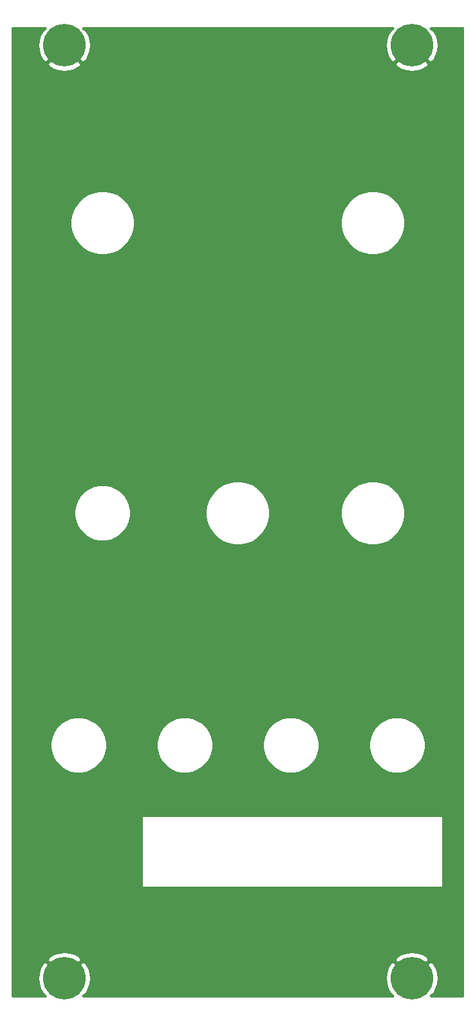
<source format=gtl>
G04 #@! TF.GenerationSoftware,KiCad,Pcbnew,5.1.10-88a1d61d58~88~ubuntu20.04.1*
G04 #@! TF.CreationDate,2021-06-12T13:15:57-04:00*
G04 #@! TF.ProjectId,front_panel,66726f6e-745f-4706-916e-656c2e6b6963,0*
G04 #@! TF.SameCoordinates,Original*
G04 #@! TF.FileFunction,Copper,L1,Top*
G04 #@! TF.FilePolarity,Positive*
%FSLAX46Y46*%
G04 Gerber Fmt 4.6, Leading zero omitted, Abs format (unit mm)*
G04 Created by KiCad (PCBNEW 5.1.10-88a1d61d58~88~ubuntu20.04.1) date 2021-06-12 13:15:57*
%MOMM*%
%LPD*%
G01*
G04 APERTURE LIST*
G04 #@! TA.AperFunction,ComponentPad*
%ADD10C,5.600000*%
G04 #@! TD*
G04 #@! TA.AperFunction,Conductor*
%ADD11C,0.254000*%
G04 #@! TD*
G04 #@! TA.AperFunction,Conductor*
%ADD12C,0.100000*%
G04 #@! TD*
G04 APERTURE END LIST*
D10*
X53220000Y-125500000D03*
X53220000Y-3000000D03*
X7500000Y-125500000D03*
X7500000Y-3000000D03*
D11*
X5083517Y-763125D02*
X4634823Y-1075308D01*
X4314388Y-1671259D01*
X4116374Y-2318273D01*
X4048390Y-2991484D01*
X4113051Y-3665023D01*
X4307870Y-4313006D01*
X4625361Y-4910530D01*
X4634823Y-4924692D01*
X5083519Y-5236876D01*
X7320395Y-3000000D01*
X7306253Y-2985858D01*
X7485858Y-2806253D01*
X7500000Y-2820395D01*
X7514143Y-2806253D01*
X7693748Y-2985858D01*
X7679605Y-3000000D01*
X9916481Y-5236876D01*
X10365177Y-4924692D01*
X10685612Y-4328741D01*
X10883626Y-3681727D01*
X10951610Y-3008516D01*
X10886949Y-2334977D01*
X10692130Y-1686994D01*
X10374639Y-1089470D01*
X10365177Y-1075308D01*
X9916483Y-763125D01*
X10019608Y-660000D01*
X50700392Y-660000D01*
X50803517Y-763125D01*
X50354823Y-1075308D01*
X50034388Y-1671259D01*
X49836374Y-2318273D01*
X49768390Y-2991484D01*
X49833051Y-3665023D01*
X50027870Y-4313006D01*
X50345361Y-4910530D01*
X50354823Y-4924692D01*
X50803519Y-5236876D01*
X53040395Y-3000000D01*
X53026253Y-2985858D01*
X53205858Y-2806253D01*
X53220000Y-2820395D01*
X53234143Y-2806253D01*
X53413748Y-2985858D01*
X53399605Y-3000000D01*
X55636481Y-5236876D01*
X56085177Y-4924692D01*
X56405612Y-4328741D01*
X56603626Y-3681727D01*
X56671610Y-3008516D01*
X56606949Y-2334977D01*
X56412130Y-1686994D01*
X56094639Y-1089470D01*
X56085177Y-1075308D01*
X55636483Y-763125D01*
X55739608Y-660000D01*
X59940000Y-660000D01*
X59940001Y-127840000D01*
X55739608Y-127840000D01*
X55636483Y-127736875D01*
X56085177Y-127424692D01*
X56405612Y-126828741D01*
X56603626Y-126181727D01*
X56671610Y-125508516D01*
X56606949Y-124834977D01*
X56412130Y-124186994D01*
X56094639Y-123589470D01*
X56085177Y-123575308D01*
X55636481Y-123263124D01*
X53399605Y-125500000D01*
X53413748Y-125514143D01*
X53234143Y-125693748D01*
X53220000Y-125679605D01*
X53205858Y-125693748D01*
X53026253Y-125514143D01*
X53040395Y-125500000D01*
X50803519Y-123263124D01*
X50354823Y-123575308D01*
X50034388Y-124171259D01*
X49836374Y-124818273D01*
X49768390Y-125491484D01*
X49833051Y-126165023D01*
X50027870Y-126813006D01*
X50345361Y-127410530D01*
X50354823Y-127424692D01*
X50803517Y-127736875D01*
X50700392Y-127840000D01*
X10019608Y-127840000D01*
X9916483Y-127736875D01*
X10365177Y-127424692D01*
X10685612Y-126828741D01*
X10883626Y-126181727D01*
X10951610Y-125508516D01*
X10886949Y-124834977D01*
X10692130Y-124186994D01*
X10374639Y-123589470D01*
X10365177Y-123575308D01*
X9916481Y-123263124D01*
X7679605Y-125500000D01*
X7693748Y-125514143D01*
X7514143Y-125693748D01*
X7500000Y-125679605D01*
X7485858Y-125693748D01*
X7306253Y-125514143D01*
X7320395Y-125500000D01*
X5083519Y-123263124D01*
X4634823Y-123575308D01*
X4314388Y-124171259D01*
X4116374Y-124818273D01*
X4048390Y-125491484D01*
X4113051Y-126165023D01*
X4307870Y-126813006D01*
X4625361Y-127410530D01*
X4634823Y-127424692D01*
X5083517Y-127736875D01*
X4980392Y-127840000D01*
X660000Y-127840000D01*
X660000Y-123083519D01*
X5263124Y-123083519D01*
X7500000Y-125320395D01*
X9736876Y-123083519D01*
X50983124Y-123083519D01*
X53220000Y-125320395D01*
X55456876Y-123083519D01*
X55144692Y-122634823D01*
X54548741Y-122314388D01*
X53901727Y-122116374D01*
X53228516Y-122048390D01*
X52554977Y-122113051D01*
X51906994Y-122307870D01*
X51309470Y-122625361D01*
X51295308Y-122634823D01*
X50983124Y-123083519D01*
X9736876Y-123083519D01*
X9424692Y-122634823D01*
X8828741Y-122314388D01*
X8181727Y-122116374D01*
X7508516Y-122048390D01*
X6834977Y-122113051D01*
X6186994Y-122307870D01*
X5589470Y-122625361D01*
X5575308Y-122634823D01*
X5263124Y-123083519D01*
X660000Y-123083519D01*
X660000Y-104241600D01*
X17653000Y-104241600D01*
X17653000Y-113450000D01*
X17655440Y-113474776D01*
X17662667Y-113498601D01*
X17674403Y-113520557D01*
X17690197Y-113539803D01*
X17709443Y-113555597D01*
X17731399Y-113567333D01*
X17755224Y-113574560D01*
X17780000Y-113577000D01*
X57150000Y-113577000D01*
X57174776Y-113574560D01*
X57198601Y-113567333D01*
X57220557Y-113555597D01*
X57239803Y-113539803D01*
X57255597Y-113520557D01*
X57267333Y-113498601D01*
X57274560Y-113474776D01*
X57277000Y-113450000D01*
X57277000Y-104250000D01*
X57274565Y-104225250D01*
X57267343Y-104201424D01*
X57255612Y-104179465D01*
X57239822Y-104160217D01*
X57220580Y-104144418D01*
X57198626Y-104132678D01*
X57174803Y-104125446D01*
X57150027Y-104123000D01*
X17780027Y-104114600D01*
X17755224Y-104117040D01*
X17731399Y-104124267D01*
X17709443Y-104136003D01*
X17690197Y-104151797D01*
X17674403Y-104171043D01*
X17662667Y-104192999D01*
X17655440Y-104216824D01*
X17653000Y-104241600D01*
X660000Y-104241600D01*
X660000Y-94514396D01*
X5632961Y-94514396D01*
X5632961Y-95245604D01*
X5775613Y-95962762D01*
X6055434Y-96638310D01*
X6461671Y-97246287D01*
X6978713Y-97763329D01*
X7586690Y-98169566D01*
X8262238Y-98449387D01*
X8979396Y-98592039D01*
X9710604Y-98592039D01*
X10427762Y-98449387D01*
X11103310Y-98169566D01*
X11711287Y-97763329D01*
X12228329Y-97246287D01*
X12634566Y-96638310D01*
X12914387Y-95962762D01*
X13057039Y-95245604D01*
X13057039Y-94514396D01*
X19602961Y-94514396D01*
X19602961Y-95245604D01*
X19745613Y-95962762D01*
X20025434Y-96638310D01*
X20431671Y-97246287D01*
X20948713Y-97763329D01*
X21556690Y-98169566D01*
X22232238Y-98449387D01*
X22949396Y-98592039D01*
X23680604Y-98592039D01*
X24397762Y-98449387D01*
X25073310Y-98169566D01*
X25681287Y-97763329D01*
X26198329Y-97246287D01*
X26604566Y-96638310D01*
X26884387Y-95962762D01*
X27027039Y-95245604D01*
X27027039Y-94514396D01*
X33572961Y-94514396D01*
X33572961Y-95245604D01*
X33715613Y-95962762D01*
X33995434Y-96638310D01*
X34401671Y-97246287D01*
X34918713Y-97763329D01*
X35526690Y-98169566D01*
X36202238Y-98449387D01*
X36919396Y-98592039D01*
X37650604Y-98592039D01*
X38367762Y-98449387D01*
X39043310Y-98169566D01*
X39651287Y-97763329D01*
X40168329Y-97246287D01*
X40574566Y-96638310D01*
X40854387Y-95962762D01*
X40997039Y-95245604D01*
X40997039Y-94514396D01*
X47542961Y-94514396D01*
X47542961Y-95245604D01*
X47685613Y-95962762D01*
X47965434Y-96638310D01*
X48371671Y-97246287D01*
X48888713Y-97763329D01*
X49496690Y-98169566D01*
X50172238Y-98449387D01*
X50889396Y-98592039D01*
X51620604Y-98592039D01*
X52337762Y-98449387D01*
X53013310Y-98169566D01*
X53621287Y-97763329D01*
X54138329Y-97246287D01*
X54544566Y-96638310D01*
X54824387Y-95962762D01*
X54967039Y-95245604D01*
X54967039Y-94514396D01*
X54824387Y-93797238D01*
X54544566Y-93121690D01*
X54138329Y-92513713D01*
X53621287Y-91996671D01*
X53013310Y-91590434D01*
X52337762Y-91310613D01*
X51620604Y-91167961D01*
X50889396Y-91167961D01*
X50172238Y-91310613D01*
X49496690Y-91590434D01*
X48888713Y-91996671D01*
X48371671Y-92513713D01*
X47965434Y-93121690D01*
X47685613Y-93797238D01*
X47542961Y-94514396D01*
X40997039Y-94514396D01*
X40854387Y-93797238D01*
X40574566Y-93121690D01*
X40168329Y-92513713D01*
X39651287Y-91996671D01*
X39043310Y-91590434D01*
X38367762Y-91310613D01*
X37650604Y-91167961D01*
X36919396Y-91167961D01*
X36202238Y-91310613D01*
X35526690Y-91590434D01*
X34918713Y-91996671D01*
X34401671Y-92513713D01*
X33995434Y-93121690D01*
X33715613Y-93797238D01*
X33572961Y-94514396D01*
X27027039Y-94514396D01*
X26884387Y-93797238D01*
X26604566Y-93121690D01*
X26198329Y-92513713D01*
X25681287Y-91996671D01*
X25073310Y-91590434D01*
X24397762Y-91310613D01*
X23680604Y-91167961D01*
X22949396Y-91167961D01*
X22232238Y-91310613D01*
X21556690Y-91590434D01*
X20948713Y-91996671D01*
X20431671Y-92513713D01*
X20025434Y-93121690D01*
X19745613Y-93797238D01*
X19602961Y-94514396D01*
X13057039Y-94514396D01*
X12914387Y-93797238D01*
X12634566Y-93121690D01*
X12228329Y-92513713D01*
X11711287Y-91996671D01*
X11103310Y-91590434D01*
X10427762Y-91310613D01*
X9710604Y-91167961D01*
X8979396Y-91167961D01*
X8262238Y-91310613D01*
X7586690Y-91590434D01*
X6978713Y-91996671D01*
X6461671Y-92513713D01*
X6055434Y-93121690D01*
X5775613Y-93797238D01*
X5632961Y-94514396D01*
X660000Y-94514396D01*
X660000Y-64034396D01*
X8807961Y-64034396D01*
X8807961Y-64765604D01*
X8950613Y-65482762D01*
X9230434Y-66158310D01*
X9636671Y-66766287D01*
X10153713Y-67283329D01*
X10761690Y-67689566D01*
X11437238Y-67969387D01*
X12154396Y-68112039D01*
X12885604Y-68112039D01*
X13602762Y-67969387D01*
X14278310Y-67689566D01*
X14886287Y-67283329D01*
X15403329Y-66766287D01*
X15809566Y-66158310D01*
X16089387Y-65482762D01*
X16232039Y-64765604D01*
X16232039Y-64034396D01*
X16222291Y-63985387D01*
X26090369Y-63985387D01*
X26090369Y-64814613D01*
X26252142Y-65627904D01*
X26569473Y-66394008D01*
X27030166Y-67083484D01*
X27616516Y-67669834D01*
X28305992Y-68130527D01*
X29072096Y-68447858D01*
X29885387Y-68609631D01*
X30714613Y-68609631D01*
X31527904Y-68447858D01*
X32294008Y-68130527D01*
X32983484Y-67669834D01*
X33569834Y-67083484D01*
X34030527Y-66394008D01*
X34347858Y-65627904D01*
X34509631Y-64814613D01*
X34509631Y-63985387D01*
X43870369Y-63985387D01*
X43870369Y-64814613D01*
X44032142Y-65627904D01*
X44349473Y-66394008D01*
X44810166Y-67083484D01*
X45396516Y-67669834D01*
X46085992Y-68130527D01*
X46852096Y-68447858D01*
X47665387Y-68609631D01*
X48494613Y-68609631D01*
X49307904Y-68447858D01*
X50074008Y-68130527D01*
X50763484Y-67669834D01*
X51349834Y-67083484D01*
X51810527Y-66394008D01*
X52127858Y-65627904D01*
X52289631Y-64814613D01*
X52289631Y-63985387D01*
X52127858Y-63172096D01*
X51810527Y-62405992D01*
X51349834Y-61716516D01*
X50763484Y-61130166D01*
X50074008Y-60669473D01*
X49307904Y-60352142D01*
X48494613Y-60190369D01*
X47665387Y-60190369D01*
X46852096Y-60352142D01*
X46085992Y-60669473D01*
X45396516Y-61130166D01*
X44810166Y-61716516D01*
X44349473Y-62405992D01*
X44032142Y-63172096D01*
X43870369Y-63985387D01*
X34509631Y-63985387D01*
X34347858Y-63172096D01*
X34030527Y-62405992D01*
X33569834Y-61716516D01*
X32983484Y-61130166D01*
X32294008Y-60669473D01*
X31527904Y-60352142D01*
X30714613Y-60190369D01*
X29885387Y-60190369D01*
X29072096Y-60352142D01*
X28305992Y-60669473D01*
X27616516Y-61130166D01*
X27030166Y-61716516D01*
X26569473Y-62405992D01*
X26252142Y-63172096D01*
X26090369Y-63985387D01*
X16222291Y-63985387D01*
X16089387Y-63317238D01*
X15809566Y-62641690D01*
X15403329Y-62033713D01*
X14886287Y-61516671D01*
X14278310Y-61110434D01*
X13602762Y-60830613D01*
X12885604Y-60687961D01*
X12154396Y-60687961D01*
X11437238Y-60830613D01*
X10761690Y-61110434D01*
X10153713Y-61516671D01*
X9636671Y-62033713D01*
X9230434Y-62641690D01*
X8950613Y-63317238D01*
X8807961Y-64034396D01*
X660000Y-64034396D01*
X660000Y-25885387D01*
X8310369Y-25885387D01*
X8310369Y-26714613D01*
X8472142Y-27527904D01*
X8789473Y-28294008D01*
X9250166Y-28983484D01*
X9836516Y-29569834D01*
X10525992Y-30030527D01*
X11292096Y-30347858D01*
X12105387Y-30509631D01*
X12934613Y-30509631D01*
X13747904Y-30347858D01*
X14514008Y-30030527D01*
X15203484Y-29569834D01*
X15789834Y-28983484D01*
X16250527Y-28294008D01*
X16567858Y-27527904D01*
X16729631Y-26714613D01*
X16729631Y-25885387D01*
X43870369Y-25885387D01*
X43870369Y-26714613D01*
X44032142Y-27527904D01*
X44349473Y-28294008D01*
X44810166Y-28983484D01*
X45396516Y-29569834D01*
X46085992Y-30030527D01*
X46852096Y-30347858D01*
X47665387Y-30509631D01*
X48494613Y-30509631D01*
X49307904Y-30347858D01*
X50074008Y-30030527D01*
X50763484Y-29569834D01*
X51349834Y-28983484D01*
X51810527Y-28294008D01*
X52127858Y-27527904D01*
X52289631Y-26714613D01*
X52289631Y-25885387D01*
X52127858Y-25072096D01*
X51810527Y-24305992D01*
X51349834Y-23616516D01*
X50763484Y-23030166D01*
X50074008Y-22569473D01*
X49307904Y-22252142D01*
X48494613Y-22090369D01*
X47665387Y-22090369D01*
X46852096Y-22252142D01*
X46085992Y-22569473D01*
X45396516Y-23030166D01*
X44810166Y-23616516D01*
X44349473Y-24305992D01*
X44032142Y-25072096D01*
X43870369Y-25885387D01*
X16729631Y-25885387D01*
X16567858Y-25072096D01*
X16250527Y-24305992D01*
X15789834Y-23616516D01*
X15203484Y-23030166D01*
X14514008Y-22569473D01*
X13747904Y-22252142D01*
X12934613Y-22090369D01*
X12105387Y-22090369D01*
X11292096Y-22252142D01*
X10525992Y-22569473D01*
X9836516Y-23030166D01*
X9250166Y-23616516D01*
X8789473Y-24305992D01*
X8472142Y-25072096D01*
X8310369Y-25885387D01*
X660000Y-25885387D01*
X660000Y-5416481D01*
X5263124Y-5416481D01*
X5575308Y-5865177D01*
X6171259Y-6185612D01*
X6818273Y-6383626D01*
X7491484Y-6451610D01*
X8165023Y-6386949D01*
X8813006Y-6192130D01*
X9410530Y-5874639D01*
X9424692Y-5865177D01*
X9736876Y-5416481D01*
X50983124Y-5416481D01*
X51295308Y-5865177D01*
X51891259Y-6185612D01*
X52538273Y-6383626D01*
X53211484Y-6451610D01*
X53885023Y-6386949D01*
X54533006Y-6192130D01*
X55130530Y-5874639D01*
X55144692Y-5865177D01*
X55456876Y-5416481D01*
X53220000Y-3179605D01*
X50983124Y-5416481D01*
X9736876Y-5416481D01*
X7500000Y-3179605D01*
X5263124Y-5416481D01*
X660000Y-5416481D01*
X660000Y-660000D01*
X4980392Y-660000D01*
X5083517Y-763125D01*
G04 #@! TA.AperFunction,Conductor*
D12*
G36*
X5083517Y-763125D02*
G01*
X4634823Y-1075308D01*
X4314388Y-1671259D01*
X4116374Y-2318273D01*
X4048390Y-2991484D01*
X4113051Y-3665023D01*
X4307870Y-4313006D01*
X4625361Y-4910530D01*
X4634823Y-4924692D01*
X5083519Y-5236876D01*
X7320395Y-3000000D01*
X7306253Y-2985858D01*
X7485858Y-2806253D01*
X7500000Y-2820395D01*
X7514143Y-2806253D01*
X7693748Y-2985858D01*
X7679605Y-3000000D01*
X9916481Y-5236876D01*
X10365177Y-4924692D01*
X10685612Y-4328741D01*
X10883626Y-3681727D01*
X10951610Y-3008516D01*
X10886949Y-2334977D01*
X10692130Y-1686994D01*
X10374639Y-1089470D01*
X10365177Y-1075308D01*
X9916483Y-763125D01*
X10019608Y-660000D01*
X50700392Y-660000D01*
X50803517Y-763125D01*
X50354823Y-1075308D01*
X50034388Y-1671259D01*
X49836374Y-2318273D01*
X49768390Y-2991484D01*
X49833051Y-3665023D01*
X50027870Y-4313006D01*
X50345361Y-4910530D01*
X50354823Y-4924692D01*
X50803519Y-5236876D01*
X53040395Y-3000000D01*
X53026253Y-2985858D01*
X53205858Y-2806253D01*
X53220000Y-2820395D01*
X53234143Y-2806253D01*
X53413748Y-2985858D01*
X53399605Y-3000000D01*
X55636481Y-5236876D01*
X56085177Y-4924692D01*
X56405612Y-4328741D01*
X56603626Y-3681727D01*
X56671610Y-3008516D01*
X56606949Y-2334977D01*
X56412130Y-1686994D01*
X56094639Y-1089470D01*
X56085177Y-1075308D01*
X55636483Y-763125D01*
X55739608Y-660000D01*
X59940000Y-660000D01*
X59940001Y-127840000D01*
X55739608Y-127840000D01*
X55636483Y-127736875D01*
X56085177Y-127424692D01*
X56405612Y-126828741D01*
X56603626Y-126181727D01*
X56671610Y-125508516D01*
X56606949Y-124834977D01*
X56412130Y-124186994D01*
X56094639Y-123589470D01*
X56085177Y-123575308D01*
X55636481Y-123263124D01*
X53399605Y-125500000D01*
X53413748Y-125514143D01*
X53234143Y-125693748D01*
X53220000Y-125679605D01*
X53205858Y-125693748D01*
X53026253Y-125514143D01*
X53040395Y-125500000D01*
X50803519Y-123263124D01*
X50354823Y-123575308D01*
X50034388Y-124171259D01*
X49836374Y-124818273D01*
X49768390Y-125491484D01*
X49833051Y-126165023D01*
X50027870Y-126813006D01*
X50345361Y-127410530D01*
X50354823Y-127424692D01*
X50803517Y-127736875D01*
X50700392Y-127840000D01*
X10019608Y-127840000D01*
X9916483Y-127736875D01*
X10365177Y-127424692D01*
X10685612Y-126828741D01*
X10883626Y-126181727D01*
X10951610Y-125508516D01*
X10886949Y-124834977D01*
X10692130Y-124186994D01*
X10374639Y-123589470D01*
X10365177Y-123575308D01*
X9916481Y-123263124D01*
X7679605Y-125500000D01*
X7693748Y-125514143D01*
X7514143Y-125693748D01*
X7500000Y-125679605D01*
X7485858Y-125693748D01*
X7306253Y-125514143D01*
X7320395Y-125500000D01*
X5083519Y-123263124D01*
X4634823Y-123575308D01*
X4314388Y-124171259D01*
X4116374Y-124818273D01*
X4048390Y-125491484D01*
X4113051Y-126165023D01*
X4307870Y-126813006D01*
X4625361Y-127410530D01*
X4634823Y-127424692D01*
X5083517Y-127736875D01*
X4980392Y-127840000D01*
X660000Y-127840000D01*
X660000Y-123083519D01*
X5263124Y-123083519D01*
X7500000Y-125320395D01*
X9736876Y-123083519D01*
X50983124Y-123083519D01*
X53220000Y-125320395D01*
X55456876Y-123083519D01*
X55144692Y-122634823D01*
X54548741Y-122314388D01*
X53901727Y-122116374D01*
X53228516Y-122048390D01*
X52554977Y-122113051D01*
X51906994Y-122307870D01*
X51309470Y-122625361D01*
X51295308Y-122634823D01*
X50983124Y-123083519D01*
X9736876Y-123083519D01*
X9424692Y-122634823D01*
X8828741Y-122314388D01*
X8181727Y-122116374D01*
X7508516Y-122048390D01*
X6834977Y-122113051D01*
X6186994Y-122307870D01*
X5589470Y-122625361D01*
X5575308Y-122634823D01*
X5263124Y-123083519D01*
X660000Y-123083519D01*
X660000Y-104241600D01*
X17653000Y-104241600D01*
X17653000Y-113450000D01*
X17655440Y-113474776D01*
X17662667Y-113498601D01*
X17674403Y-113520557D01*
X17690197Y-113539803D01*
X17709443Y-113555597D01*
X17731399Y-113567333D01*
X17755224Y-113574560D01*
X17780000Y-113577000D01*
X57150000Y-113577000D01*
X57174776Y-113574560D01*
X57198601Y-113567333D01*
X57220557Y-113555597D01*
X57239803Y-113539803D01*
X57255597Y-113520557D01*
X57267333Y-113498601D01*
X57274560Y-113474776D01*
X57277000Y-113450000D01*
X57277000Y-104250000D01*
X57274565Y-104225250D01*
X57267343Y-104201424D01*
X57255612Y-104179465D01*
X57239822Y-104160217D01*
X57220580Y-104144418D01*
X57198626Y-104132678D01*
X57174803Y-104125446D01*
X57150027Y-104123000D01*
X17780027Y-104114600D01*
X17755224Y-104117040D01*
X17731399Y-104124267D01*
X17709443Y-104136003D01*
X17690197Y-104151797D01*
X17674403Y-104171043D01*
X17662667Y-104192999D01*
X17655440Y-104216824D01*
X17653000Y-104241600D01*
X660000Y-104241600D01*
X660000Y-94514396D01*
X5632961Y-94514396D01*
X5632961Y-95245604D01*
X5775613Y-95962762D01*
X6055434Y-96638310D01*
X6461671Y-97246287D01*
X6978713Y-97763329D01*
X7586690Y-98169566D01*
X8262238Y-98449387D01*
X8979396Y-98592039D01*
X9710604Y-98592039D01*
X10427762Y-98449387D01*
X11103310Y-98169566D01*
X11711287Y-97763329D01*
X12228329Y-97246287D01*
X12634566Y-96638310D01*
X12914387Y-95962762D01*
X13057039Y-95245604D01*
X13057039Y-94514396D01*
X19602961Y-94514396D01*
X19602961Y-95245604D01*
X19745613Y-95962762D01*
X20025434Y-96638310D01*
X20431671Y-97246287D01*
X20948713Y-97763329D01*
X21556690Y-98169566D01*
X22232238Y-98449387D01*
X22949396Y-98592039D01*
X23680604Y-98592039D01*
X24397762Y-98449387D01*
X25073310Y-98169566D01*
X25681287Y-97763329D01*
X26198329Y-97246287D01*
X26604566Y-96638310D01*
X26884387Y-95962762D01*
X27027039Y-95245604D01*
X27027039Y-94514396D01*
X33572961Y-94514396D01*
X33572961Y-95245604D01*
X33715613Y-95962762D01*
X33995434Y-96638310D01*
X34401671Y-97246287D01*
X34918713Y-97763329D01*
X35526690Y-98169566D01*
X36202238Y-98449387D01*
X36919396Y-98592039D01*
X37650604Y-98592039D01*
X38367762Y-98449387D01*
X39043310Y-98169566D01*
X39651287Y-97763329D01*
X40168329Y-97246287D01*
X40574566Y-96638310D01*
X40854387Y-95962762D01*
X40997039Y-95245604D01*
X40997039Y-94514396D01*
X47542961Y-94514396D01*
X47542961Y-95245604D01*
X47685613Y-95962762D01*
X47965434Y-96638310D01*
X48371671Y-97246287D01*
X48888713Y-97763329D01*
X49496690Y-98169566D01*
X50172238Y-98449387D01*
X50889396Y-98592039D01*
X51620604Y-98592039D01*
X52337762Y-98449387D01*
X53013310Y-98169566D01*
X53621287Y-97763329D01*
X54138329Y-97246287D01*
X54544566Y-96638310D01*
X54824387Y-95962762D01*
X54967039Y-95245604D01*
X54967039Y-94514396D01*
X54824387Y-93797238D01*
X54544566Y-93121690D01*
X54138329Y-92513713D01*
X53621287Y-91996671D01*
X53013310Y-91590434D01*
X52337762Y-91310613D01*
X51620604Y-91167961D01*
X50889396Y-91167961D01*
X50172238Y-91310613D01*
X49496690Y-91590434D01*
X48888713Y-91996671D01*
X48371671Y-92513713D01*
X47965434Y-93121690D01*
X47685613Y-93797238D01*
X47542961Y-94514396D01*
X40997039Y-94514396D01*
X40854387Y-93797238D01*
X40574566Y-93121690D01*
X40168329Y-92513713D01*
X39651287Y-91996671D01*
X39043310Y-91590434D01*
X38367762Y-91310613D01*
X37650604Y-91167961D01*
X36919396Y-91167961D01*
X36202238Y-91310613D01*
X35526690Y-91590434D01*
X34918713Y-91996671D01*
X34401671Y-92513713D01*
X33995434Y-93121690D01*
X33715613Y-93797238D01*
X33572961Y-94514396D01*
X27027039Y-94514396D01*
X26884387Y-93797238D01*
X26604566Y-93121690D01*
X26198329Y-92513713D01*
X25681287Y-91996671D01*
X25073310Y-91590434D01*
X24397762Y-91310613D01*
X23680604Y-91167961D01*
X22949396Y-91167961D01*
X22232238Y-91310613D01*
X21556690Y-91590434D01*
X20948713Y-91996671D01*
X20431671Y-92513713D01*
X20025434Y-93121690D01*
X19745613Y-93797238D01*
X19602961Y-94514396D01*
X13057039Y-94514396D01*
X12914387Y-93797238D01*
X12634566Y-93121690D01*
X12228329Y-92513713D01*
X11711287Y-91996671D01*
X11103310Y-91590434D01*
X10427762Y-91310613D01*
X9710604Y-91167961D01*
X8979396Y-91167961D01*
X8262238Y-91310613D01*
X7586690Y-91590434D01*
X6978713Y-91996671D01*
X6461671Y-92513713D01*
X6055434Y-93121690D01*
X5775613Y-93797238D01*
X5632961Y-94514396D01*
X660000Y-94514396D01*
X660000Y-64034396D01*
X8807961Y-64034396D01*
X8807961Y-64765604D01*
X8950613Y-65482762D01*
X9230434Y-66158310D01*
X9636671Y-66766287D01*
X10153713Y-67283329D01*
X10761690Y-67689566D01*
X11437238Y-67969387D01*
X12154396Y-68112039D01*
X12885604Y-68112039D01*
X13602762Y-67969387D01*
X14278310Y-67689566D01*
X14886287Y-67283329D01*
X15403329Y-66766287D01*
X15809566Y-66158310D01*
X16089387Y-65482762D01*
X16232039Y-64765604D01*
X16232039Y-64034396D01*
X16222291Y-63985387D01*
X26090369Y-63985387D01*
X26090369Y-64814613D01*
X26252142Y-65627904D01*
X26569473Y-66394008D01*
X27030166Y-67083484D01*
X27616516Y-67669834D01*
X28305992Y-68130527D01*
X29072096Y-68447858D01*
X29885387Y-68609631D01*
X30714613Y-68609631D01*
X31527904Y-68447858D01*
X32294008Y-68130527D01*
X32983484Y-67669834D01*
X33569834Y-67083484D01*
X34030527Y-66394008D01*
X34347858Y-65627904D01*
X34509631Y-64814613D01*
X34509631Y-63985387D01*
X43870369Y-63985387D01*
X43870369Y-64814613D01*
X44032142Y-65627904D01*
X44349473Y-66394008D01*
X44810166Y-67083484D01*
X45396516Y-67669834D01*
X46085992Y-68130527D01*
X46852096Y-68447858D01*
X47665387Y-68609631D01*
X48494613Y-68609631D01*
X49307904Y-68447858D01*
X50074008Y-68130527D01*
X50763484Y-67669834D01*
X51349834Y-67083484D01*
X51810527Y-66394008D01*
X52127858Y-65627904D01*
X52289631Y-64814613D01*
X52289631Y-63985387D01*
X52127858Y-63172096D01*
X51810527Y-62405992D01*
X51349834Y-61716516D01*
X50763484Y-61130166D01*
X50074008Y-60669473D01*
X49307904Y-60352142D01*
X48494613Y-60190369D01*
X47665387Y-60190369D01*
X46852096Y-60352142D01*
X46085992Y-60669473D01*
X45396516Y-61130166D01*
X44810166Y-61716516D01*
X44349473Y-62405992D01*
X44032142Y-63172096D01*
X43870369Y-63985387D01*
X34509631Y-63985387D01*
X34347858Y-63172096D01*
X34030527Y-62405992D01*
X33569834Y-61716516D01*
X32983484Y-61130166D01*
X32294008Y-60669473D01*
X31527904Y-60352142D01*
X30714613Y-60190369D01*
X29885387Y-60190369D01*
X29072096Y-60352142D01*
X28305992Y-60669473D01*
X27616516Y-61130166D01*
X27030166Y-61716516D01*
X26569473Y-62405992D01*
X26252142Y-63172096D01*
X26090369Y-63985387D01*
X16222291Y-63985387D01*
X16089387Y-63317238D01*
X15809566Y-62641690D01*
X15403329Y-62033713D01*
X14886287Y-61516671D01*
X14278310Y-61110434D01*
X13602762Y-60830613D01*
X12885604Y-60687961D01*
X12154396Y-60687961D01*
X11437238Y-60830613D01*
X10761690Y-61110434D01*
X10153713Y-61516671D01*
X9636671Y-62033713D01*
X9230434Y-62641690D01*
X8950613Y-63317238D01*
X8807961Y-64034396D01*
X660000Y-64034396D01*
X660000Y-25885387D01*
X8310369Y-25885387D01*
X8310369Y-26714613D01*
X8472142Y-27527904D01*
X8789473Y-28294008D01*
X9250166Y-28983484D01*
X9836516Y-29569834D01*
X10525992Y-30030527D01*
X11292096Y-30347858D01*
X12105387Y-30509631D01*
X12934613Y-30509631D01*
X13747904Y-30347858D01*
X14514008Y-30030527D01*
X15203484Y-29569834D01*
X15789834Y-28983484D01*
X16250527Y-28294008D01*
X16567858Y-27527904D01*
X16729631Y-26714613D01*
X16729631Y-25885387D01*
X43870369Y-25885387D01*
X43870369Y-26714613D01*
X44032142Y-27527904D01*
X44349473Y-28294008D01*
X44810166Y-28983484D01*
X45396516Y-29569834D01*
X46085992Y-30030527D01*
X46852096Y-30347858D01*
X47665387Y-30509631D01*
X48494613Y-30509631D01*
X49307904Y-30347858D01*
X50074008Y-30030527D01*
X50763484Y-29569834D01*
X51349834Y-28983484D01*
X51810527Y-28294008D01*
X52127858Y-27527904D01*
X52289631Y-26714613D01*
X52289631Y-25885387D01*
X52127858Y-25072096D01*
X51810527Y-24305992D01*
X51349834Y-23616516D01*
X50763484Y-23030166D01*
X50074008Y-22569473D01*
X49307904Y-22252142D01*
X48494613Y-22090369D01*
X47665387Y-22090369D01*
X46852096Y-22252142D01*
X46085992Y-22569473D01*
X45396516Y-23030166D01*
X44810166Y-23616516D01*
X44349473Y-24305992D01*
X44032142Y-25072096D01*
X43870369Y-25885387D01*
X16729631Y-25885387D01*
X16567858Y-25072096D01*
X16250527Y-24305992D01*
X15789834Y-23616516D01*
X15203484Y-23030166D01*
X14514008Y-22569473D01*
X13747904Y-22252142D01*
X12934613Y-22090369D01*
X12105387Y-22090369D01*
X11292096Y-22252142D01*
X10525992Y-22569473D01*
X9836516Y-23030166D01*
X9250166Y-23616516D01*
X8789473Y-24305992D01*
X8472142Y-25072096D01*
X8310369Y-25885387D01*
X660000Y-25885387D01*
X660000Y-5416481D01*
X5263124Y-5416481D01*
X5575308Y-5865177D01*
X6171259Y-6185612D01*
X6818273Y-6383626D01*
X7491484Y-6451610D01*
X8165023Y-6386949D01*
X8813006Y-6192130D01*
X9410530Y-5874639D01*
X9424692Y-5865177D01*
X9736876Y-5416481D01*
X50983124Y-5416481D01*
X51295308Y-5865177D01*
X51891259Y-6185612D01*
X52538273Y-6383626D01*
X53211484Y-6451610D01*
X53885023Y-6386949D01*
X54533006Y-6192130D01*
X55130530Y-5874639D01*
X55144692Y-5865177D01*
X55456876Y-5416481D01*
X53220000Y-3179605D01*
X50983124Y-5416481D01*
X9736876Y-5416481D01*
X7500000Y-3179605D01*
X5263124Y-5416481D01*
X660000Y-5416481D01*
X660000Y-660000D01*
X4980392Y-660000D01*
X5083517Y-763125D01*
G37*
G04 #@! TD.AperFunction*
M02*

</source>
